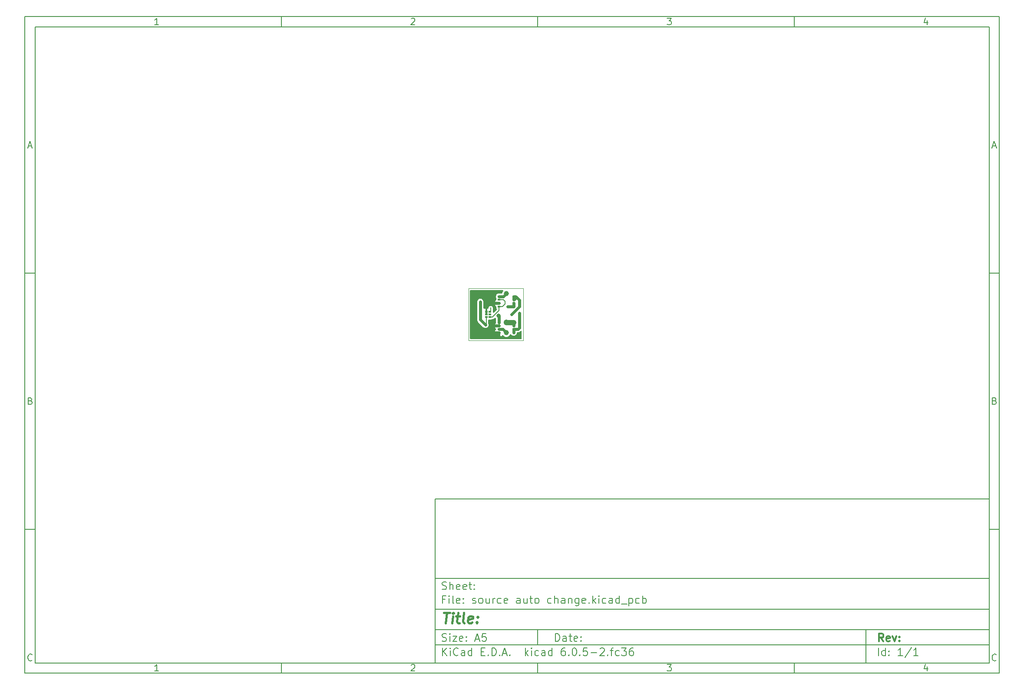
<source format=gbr>
%TF.GenerationSoftware,KiCad,Pcbnew,6.0.5-2.fc36*%
%TF.CreationDate,2022-06-19T11:45:17+04:00*%
%TF.ProjectId,source auto change,736f7572-6365-4206-9175-746f20636861,rev?*%
%TF.SameCoordinates,Original*%
%TF.FileFunction,Copper,L1,Top*%
%TF.FilePolarity,Positive*%
%FSLAX46Y46*%
G04 Gerber Fmt 4.6, Leading zero omitted, Abs format (unit mm)*
G04 Created by KiCad (PCBNEW 6.0.5-2.fc36) date 2022-06-19 11:45:17*
%MOMM*%
%LPD*%
G01*
G04 APERTURE LIST*
%ADD10C,0.100000*%
%ADD11C,0.150000*%
%ADD12C,0.300000*%
%ADD13C,0.400000*%
%TA.AperFunction,Profile*%
%ADD14C,0.100000*%
%TD*%
%TA.AperFunction,SMDPad,CuDef*%
%ADD15R,0.470000X0.450000*%
%TD*%
%TA.AperFunction,SMDPad,CuDef*%
%ADD16R,0.520000X0.300000*%
%TD*%
%TA.AperFunction,SMDPad,CuDef*%
%ADD17R,0.550000X0.300000*%
%TD*%
%TA.AperFunction,ViaPad*%
%ADD18C,0.400000*%
%TD*%
%TA.AperFunction,ViaPad*%
%ADD19C,0.200000*%
%TD*%
%TA.AperFunction,ViaPad*%
%ADD20C,1.000000*%
%TD*%
%TA.AperFunction,ViaPad*%
%ADD21C,0.800000*%
%TD*%
%TA.AperFunction,ViaPad*%
%ADD22C,0.500000*%
%TD*%
%TA.AperFunction,Conductor*%
%ADD23C,0.600000*%
%TD*%
%TA.AperFunction,Conductor*%
%ADD24C,0.200000*%
%TD*%
%TA.AperFunction,Conductor*%
%ADD25C,1.000000*%
%TD*%
%TA.AperFunction,Conductor*%
%ADD26C,0.400000*%
%TD*%
G04 APERTURE END LIST*
D10*
D11*
X90007200Y-104005800D02*
X90007200Y-136005800D01*
X198007200Y-136005800D01*
X198007200Y-104005800D01*
X90007200Y-104005800D01*
D10*
D11*
X10000000Y-10000000D02*
X10000000Y-138005800D01*
X200007200Y-138005800D01*
X200007200Y-10000000D01*
X10000000Y-10000000D01*
D10*
D11*
X12000000Y-12000000D02*
X12000000Y-136005800D01*
X198007200Y-136005800D01*
X198007200Y-12000000D01*
X12000000Y-12000000D01*
D10*
D11*
X60000000Y-12000000D02*
X60000000Y-10000000D01*
D10*
D11*
X110000000Y-12000000D02*
X110000000Y-10000000D01*
D10*
D11*
X160000000Y-12000000D02*
X160000000Y-10000000D01*
D10*
D11*
X36065476Y-11588095D02*
X35322619Y-11588095D01*
X35694047Y-11588095D02*
X35694047Y-10288095D01*
X35570238Y-10473809D01*
X35446428Y-10597619D01*
X35322619Y-10659523D01*
D10*
D11*
X85322619Y-10411904D02*
X85384523Y-10350000D01*
X85508333Y-10288095D01*
X85817857Y-10288095D01*
X85941666Y-10350000D01*
X86003571Y-10411904D01*
X86065476Y-10535714D01*
X86065476Y-10659523D01*
X86003571Y-10845238D01*
X85260714Y-11588095D01*
X86065476Y-11588095D01*
D10*
D11*
X135260714Y-10288095D02*
X136065476Y-10288095D01*
X135632142Y-10783333D01*
X135817857Y-10783333D01*
X135941666Y-10845238D01*
X136003571Y-10907142D01*
X136065476Y-11030952D01*
X136065476Y-11340476D01*
X136003571Y-11464285D01*
X135941666Y-11526190D01*
X135817857Y-11588095D01*
X135446428Y-11588095D01*
X135322619Y-11526190D01*
X135260714Y-11464285D01*
D10*
D11*
X185941666Y-10721428D02*
X185941666Y-11588095D01*
X185632142Y-10226190D02*
X185322619Y-11154761D01*
X186127380Y-11154761D01*
D10*
D11*
X60000000Y-136005800D02*
X60000000Y-138005800D01*
D10*
D11*
X110000000Y-136005800D02*
X110000000Y-138005800D01*
D10*
D11*
X160000000Y-136005800D02*
X160000000Y-138005800D01*
D10*
D11*
X36065476Y-137593895D02*
X35322619Y-137593895D01*
X35694047Y-137593895D02*
X35694047Y-136293895D01*
X35570238Y-136479609D01*
X35446428Y-136603419D01*
X35322619Y-136665323D01*
D10*
D11*
X85322619Y-136417704D02*
X85384523Y-136355800D01*
X85508333Y-136293895D01*
X85817857Y-136293895D01*
X85941666Y-136355800D01*
X86003571Y-136417704D01*
X86065476Y-136541514D01*
X86065476Y-136665323D01*
X86003571Y-136851038D01*
X85260714Y-137593895D01*
X86065476Y-137593895D01*
D10*
D11*
X135260714Y-136293895D02*
X136065476Y-136293895D01*
X135632142Y-136789133D01*
X135817857Y-136789133D01*
X135941666Y-136851038D01*
X136003571Y-136912942D01*
X136065476Y-137036752D01*
X136065476Y-137346276D01*
X136003571Y-137470085D01*
X135941666Y-137531990D01*
X135817857Y-137593895D01*
X135446428Y-137593895D01*
X135322619Y-137531990D01*
X135260714Y-137470085D01*
D10*
D11*
X185941666Y-136727228D02*
X185941666Y-137593895D01*
X185632142Y-136231990D02*
X185322619Y-137160561D01*
X186127380Y-137160561D01*
D10*
D11*
X10000000Y-60000000D02*
X12000000Y-60000000D01*
D10*
D11*
X10000000Y-110000000D02*
X12000000Y-110000000D01*
D10*
D11*
X10690476Y-35216666D02*
X11309523Y-35216666D01*
X10566666Y-35588095D02*
X11000000Y-34288095D01*
X11433333Y-35588095D01*
D10*
D11*
X11092857Y-84907142D02*
X11278571Y-84969047D01*
X11340476Y-85030952D01*
X11402380Y-85154761D01*
X11402380Y-85340476D01*
X11340476Y-85464285D01*
X11278571Y-85526190D01*
X11154761Y-85588095D01*
X10659523Y-85588095D01*
X10659523Y-84288095D01*
X11092857Y-84288095D01*
X11216666Y-84350000D01*
X11278571Y-84411904D01*
X11340476Y-84535714D01*
X11340476Y-84659523D01*
X11278571Y-84783333D01*
X11216666Y-84845238D01*
X11092857Y-84907142D01*
X10659523Y-84907142D01*
D10*
D11*
X11402380Y-135464285D02*
X11340476Y-135526190D01*
X11154761Y-135588095D01*
X11030952Y-135588095D01*
X10845238Y-135526190D01*
X10721428Y-135402380D01*
X10659523Y-135278571D01*
X10597619Y-135030952D01*
X10597619Y-134845238D01*
X10659523Y-134597619D01*
X10721428Y-134473809D01*
X10845238Y-134350000D01*
X11030952Y-134288095D01*
X11154761Y-134288095D01*
X11340476Y-134350000D01*
X11402380Y-134411904D01*
D10*
D11*
X200007200Y-60000000D02*
X198007200Y-60000000D01*
D10*
D11*
X200007200Y-110000000D02*
X198007200Y-110000000D01*
D10*
D11*
X198697676Y-35216666D02*
X199316723Y-35216666D01*
X198573866Y-35588095D02*
X199007200Y-34288095D01*
X199440533Y-35588095D01*
D10*
D11*
X199100057Y-84907142D02*
X199285771Y-84969047D01*
X199347676Y-85030952D01*
X199409580Y-85154761D01*
X199409580Y-85340476D01*
X199347676Y-85464285D01*
X199285771Y-85526190D01*
X199161961Y-85588095D01*
X198666723Y-85588095D01*
X198666723Y-84288095D01*
X199100057Y-84288095D01*
X199223866Y-84350000D01*
X199285771Y-84411904D01*
X199347676Y-84535714D01*
X199347676Y-84659523D01*
X199285771Y-84783333D01*
X199223866Y-84845238D01*
X199100057Y-84907142D01*
X198666723Y-84907142D01*
D10*
D11*
X199409580Y-135464285D02*
X199347676Y-135526190D01*
X199161961Y-135588095D01*
X199038152Y-135588095D01*
X198852438Y-135526190D01*
X198728628Y-135402380D01*
X198666723Y-135278571D01*
X198604819Y-135030952D01*
X198604819Y-134845238D01*
X198666723Y-134597619D01*
X198728628Y-134473809D01*
X198852438Y-134350000D01*
X199038152Y-134288095D01*
X199161961Y-134288095D01*
X199347676Y-134350000D01*
X199409580Y-134411904D01*
D10*
D11*
X113439342Y-131784371D02*
X113439342Y-130284371D01*
X113796485Y-130284371D01*
X114010771Y-130355800D01*
X114153628Y-130498657D01*
X114225057Y-130641514D01*
X114296485Y-130927228D01*
X114296485Y-131141514D01*
X114225057Y-131427228D01*
X114153628Y-131570085D01*
X114010771Y-131712942D01*
X113796485Y-131784371D01*
X113439342Y-131784371D01*
X115582200Y-131784371D02*
X115582200Y-130998657D01*
X115510771Y-130855800D01*
X115367914Y-130784371D01*
X115082200Y-130784371D01*
X114939342Y-130855800D01*
X115582200Y-131712942D02*
X115439342Y-131784371D01*
X115082200Y-131784371D01*
X114939342Y-131712942D01*
X114867914Y-131570085D01*
X114867914Y-131427228D01*
X114939342Y-131284371D01*
X115082200Y-131212942D01*
X115439342Y-131212942D01*
X115582200Y-131141514D01*
X116082200Y-130784371D02*
X116653628Y-130784371D01*
X116296485Y-130284371D02*
X116296485Y-131570085D01*
X116367914Y-131712942D01*
X116510771Y-131784371D01*
X116653628Y-131784371D01*
X117725057Y-131712942D02*
X117582200Y-131784371D01*
X117296485Y-131784371D01*
X117153628Y-131712942D01*
X117082200Y-131570085D01*
X117082200Y-130998657D01*
X117153628Y-130855800D01*
X117296485Y-130784371D01*
X117582200Y-130784371D01*
X117725057Y-130855800D01*
X117796485Y-130998657D01*
X117796485Y-131141514D01*
X117082200Y-131284371D01*
X118439342Y-131641514D02*
X118510771Y-131712942D01*
X118439342Y-131784371D01*
X118367914Y-131712942D01*
X118439342Y-131641514D01*
X118439342Y-131784371D01*
X118439342Y-130855800D02*
X118510771Y-130927228D01*
X118439342Y-130998657D01*
X118367914Y-130927228D01*
X118439342Y-130855800D01*
X118439342Y-130998657D01*
D10*
D11*
X90007200Y-132505800D02*
X198007200Y-132505800D01*
D10*
D11*
X91439342Y-134584371D02*
X91439342Y-133084371D01*
X92296485Y-134584371D02*
X91653628Y-133727228D01*
X92296485Y-133084371D02*
X91439342Y-133941514D01*
X92939342Y-134584371D02*
X92939342Y-133584371D01*
X92939342Y-133084371D02*
X92867914Y-133155800D01*
X92939342Y-133227228D01*
X93010771Y-133155800D01*
X92939342Y-133084371D01*
X92939342Y-133227228D01*
X94510771Y-134441514D02*
X94439342Y-134512942D01*
X94225057Y-134584371D01*
X94082200Y-134584371D01*
X93867914Y-134512942D01*
X93725057Y-134370085D01*
X93653628Y-134227228D01*
X93582200Y-133941514D01*
X93582200Y-133727228D01*
X93653628Y-133441514D01*
X93725057Y-133298657D01*
X93867914Y-133155800D01*
X94082200Y-133084371D01*
X94225057Y-133084371D01*
X94439342Y-133155800D01*
X94510771Y-133227228D01*
X95796485Y-134584371D02*
X95796485Y-133798657D01*
X95725057Y-133655800D01*
X95582200Y-133584371D01*
X95296485Y-133584371D01*
X95153628Y-133655800D01*
X95796485Y-134512942D02*
X95653628Y-134584371D01*
X95296485Y-134584371D01*
X95153628Y-134512942D01*
X95082200Y-134370085D01*
X95082200Y-134227228D01*
X95153628Y-134084371D01*
X95296485Y-134012942D01*
X95653628Y-134012942D01*
X95796485Y-133941514D01*
X97153628Y-134584371D02*
X97153628Y-133084371D01*
X97153628Y-134512942D02*
X97010771Y-134584371D01*
X96725057Y-134584371D01*
X96582200Y-134512942D01*
X96510771Y-134441514D01*
X96439342Y-134298657D01*
X96439342Y-133870085D01*
X96510771Y-133727228D01*
X96582200Y-133655800D01*
X96725057Y-133584371D01*
X97010771Y-133584371D01*
X97153628Y-133655800D01*
X99010771Y-133798657D02*
X99510771Y-133798657D01*
X99725057Y-134584371D02*
X99010771Y-134584371D01*
X99010771Y-133084371D01*
X99725057Y-133084371D01*
X100367914Y-134441514D02*
X100439342Y-134512942D01*
X100367914Y-134584371D01*
X100296485Y-134512942D01*
X100367914Y-134441514D01*
X100367914Y-134584371D01*
X101082200Y-134584371D02*
X101082200Y-133084371D01*
X101439342Y-133084371D01*
X101653628Y-133155800D01*
X101796485Y-133298657D01*
X101867914Y-133441514D01*
X101939342Y-133727228D01*
X101939342Y-133941514D01*
X101867914Y-134227228D01*
X101796485Y-134370085D01*
X101653628Y-134512942D01*
X101439342Y-134584371D01*
X101082200Y-134584371D01*
X102582200Y-134441514D02*
X102653628Y-134512942D01*
X102582200Y-134584371D01*
X102510771Y-134512942D01*
X102582200Y-134441514D01*
X102582200Y-134584371D01*
X103225057Y-134155800D02*
X103939342Y-134155800D01*
X103082200Y-134584371D02*
X103582200Y-133084371D01*
X104082200Y-134584371D01*
X104582200Y-134441514D02*
X104653628Y-134512942D01*
X104582200Y-134584371D01*
X104510771Y-134512942D01*
X104582200Y-134441514D01*
X104582200Y-134584371D01*
X107582200Y-134584371D02*
X107582200Y-133084371D01*
X107725057Y-134012942D02*
X108153628Y-134584371D01*
X108153628Y-133584371D02*
X107582200Y-134155800D01*
X108796485Y-134584371D02*
X108796485Y-133584371D01*
X108796485Y-133084371D02*
X108725057Y-133155800D01*
X108796485Y-133227228D01*
X108867914Y-133155800D01*
X108796485Y-133084371D01*
X108796485Y-133227228D01*
X110153628Y-134512942D02*
X110010771Y-134584371D01*
X109725057Y-134584371D01*
X109582200Y-134512942D01*
X109510771Y-134441514D01*
X109439342Y-134298657D01*
X109439342Y-133870085D01*
X109510771Y-133727228D01*
X109582200Y-133655800D01*
X109725057Y-133584371D01*
X110010771Y-133584371D01*
X110153628Y-133655800D01*
X111439342Y-134584371D02*
X111439342Y-133798657D01*
X111367914Y-133655800D01*
X111225057Y-133584371D01*
X110939342Y-133584371D01*
X110796485Y-133655800D01*
X111439342Y-134512942D02*
X111296485Y-134584371D01*
X110939342Y-134584371D01*
X110796485Y-134512942D01*
X110725057Y-134370085D01*
X110725057Y-134227228D01*
X110796485Y-134084371D01*
X110939342Y-134012942D01*
X111296485Y-134012942D01*
X111439342Y-133941514D01*
X112796485Y-134584371D02*
X112796485Y-133084371D01*
X112796485Y-134512942D02*
X112653628Y-134584371D01*
X112367914Y-134584371D01*
X112225057Y-134512942D01*
X112153628Y-134441514D01*
X112082200Y-134298657D01*
X112082200Y-133870085D01*
X112153628Y-133727228D01*
X112225057Y-133655800D01*
X112367914Y-133584371D01*
X112653628Y-133584371D01*
X112796485Y-133655800D01*
X115296485Y-133084371D02*
X115010771Y-133084371D01*
X114867914Y-133155800D01*
X114796485Y-133227228D01*
X114653628Y-133441514D01*
X114582200Y-133727228D01*
X114582200Y-134298657D01*
X114653628Y-134441514D01*
X114725057Y-134512942D01*
X114867914Y-134584371D01*
X115153628Y-134584371D01*
X115296485Y-134512942D01*
X115367914Y-134441514D01*
X115439342Y-134298657D01*
X115439342Y-133941514D01*
X115367914Y-133798657D01*
X115296485Y-133727228D01*
X115153628Y-133655800D01*
X114867914Y-133655800D01*
X114725057Y-133727228D01*
X114653628Y-133798657D01*
X114582200Y-133941514D01*
X116082200Y-134441514D02*
X116153628Y-134512942D01*
X116082200Y-134584371D01*
X116010771Y-134512942D01*
X116082200Y-134441514D01*
X116082200Y-134584371D01*
X117082200Y-133084371D02*
X117225057Y-133084371D01*
X117367914Y-133155800D01*
X117439342Y-133227228D01*
X117510771Y-133370085D01*
X117582200Y-133655800D01*
X117582200Y-134012942D01*
X117510771Y-134298657D01*
X117439342Y-134441514D01*
X117367914Y-134512942D01*
X117225057Y-134584371D01*
X117082200Y-134584371D01*
X116939342Y-134512942D01*
X116867914Y-134441514D01*
X116796485Y-134298657D01*
X116725057Y-134012942D01*
X116725057Y-133655800D01*
X116796485Y-133370085D01*
X116867914Y-133227228D01*
X116939342Y-133155800D01*
X117082200Y-133084371D01*
X118225057Y-134441514D02*
X118296485Y-134512942D01*
X118225057Y-134584371D01*
X118153628Y-134512942D01*
X118225057Y-134441514D01*
X118225057Y-134584371D01*
X119653628Y-133084371D02*
X118939342Y-133084371D01*
X118867914Y-133798657D01*
X118939342Y-133727228D01*
X119082200Y-133655800D01*
X119439342Y-133655800D01*
X119582200Y-133727228D01*
X119653628Y-133798657D01*
X119725057Y-133941514D01*
X119725057Y-134298657D01*
X119653628Y-134441514D01*
X119582200Y-134512942D01*
X119439342Y-134584371D01*
X119082200Y-134584371D01*
X118939342Y-134512942D01*
X118867914Y-134441514D01*
X120367914Y-134012942D02*
X121510771Y-134012942D01*
X122153628Y-133227228D02*
X122225057Y-133155800D01*
X122367914Y-133084371D01*
X122725057Y-133084371D01*
X122867914Y-133155800D01*
X122939342Y-133227228D01*
X123010771Y-133370085D01*
X123010771Y-133512942D01*
X122939342Y-133727228D01*
X122082200Y-134584371D01*
X123010771Y-134584371D01*
X123653628Y-134441514D02*
X123725057Y-134512942D01*
X123653628Y-134584371D01*
X123582200Y-134512942D01*
X123653628Y-134441514D01*
X123653628Y-134584371D01*
X124153628Y-133584371D02*
X124725057Y-133584371D01*
X124367914Y-134584371D02*
X124367914Y-133298657D01*
X124439342Y-133155800D01*
X124582200Y-133084371D01*
X124725057Y-133084371D01*
X125867914Y-134512942D02*
X125725057Y-134584371D01*
X125439342Y-134584371D01*
X125296485Y-134512942D01*
X125225057Y-134441514D01*
X125153628Y-134298657D01*
X125153628Y-133870085D01*
X125225057Y-133727228D01*
X125296485Y-133655800D01*
X125439342Y-133584371D01*
X125725057Y-133584371D01*
X125867914Y-133655800D01*
X126367914Y-133084371D02*
X127296485Y-133084371D01*
X126796485Y-133655800D01*
X127010771Y-133655800D01*
X127153628Y-133727228D01*
X127225057Y-133798657D01*
X127296485Y-133941514D01*
X127296485Y-134298657D01*
X127225057Y-134441514D01*
X127153628Y-134512942D01*
X127010771Y-134584371D01*
X126582200Y-134584371D01*
X126439342Y-134512942D01*
X126367914Y-134441514D01*
X128582200Y-133084371D02*
X128296485Y-133084371D01*
X128153628Y-133155800D01*
X128082200Y-133227228D01*
X127939342Y-133441514D01*
X127867914Y-133727228D01*
X127867914Y-134298657D01*
X127939342Y-134441514D01*
X128010771Y-134512942D01*
X128153628Y-134584371D01*
X128439342Y-134584371D01*
X128582200Y-134512942D01*
X128653628Y-134441514D01*
X128725057Y-134298657D01*
X128725057Y-133941514D01*
X128653628Y-133798657D01*
X128582200Y-133727228D01*
X128439342Y-133655800D01*
X128153628Y-133655800D01*
X128010771Y-133727228D01*
X127939342Y-133798657D01*
X127867914Y-133941514D01*
D10*
D11*
X90007200Y-129505800D02*
X198007200Y-129505800D01*
D10*
D12*
X177416485Y-131784371D02*
X176916485Y-131070085D01*
X176559342Y-131784371D02*
X176559342Y-130284371D01*
X177130771Y-130284371D01*
X177273628Y-130355800D01*
X177345057Y-130427228D01*
X177416485Y-130570085D01*
X177416485Y-130784371D01*
X177345057Y-130927228D01*
X177273628Y-130998657D01*
X177130771Y-131070085D01*
X176559342Y-131070085D01*
X178630771Y-131712942D02*
X178487914Y-131784371D01*
X178202200Y-131784371D01*
X178059342Y-131712942D01*
X177987914Y-131570085D01*
X177987914Y-130998657D01*
X178059342Y-130855800D01*
X178202200Y-130784371D01*
X178487914Y-130784371D01*
X178630771Y-130855800D01*
X178702200Y-130998657D01*
X178702200Y-131141514D01*
X177987914Y-131284371D01*
X179202200Y-130784371D02*
X179559342Y-131784371D01*
X179916485Y-130784371D01*
X180487914Y-131641514D02*
X180559342Y-131712942D01*
X180487914Y-131784371D01*
X180416485Y-131712942D01*
X180487914Y-131641514D01*
X180487914Y-131784371D01*
X180487914Y-130855800D02*
X180559342Y-130927228D01*
X180487914Y-130998657D01*
X180416485Y-130927228D01*
X180487914Y-130855800D01*
X180487914Y-130998657D01*
D10*
D11*
X91367914Y-131712942D02*
X91582200Y-131784371D01*
X91939342Y-131784371D01*
X92082200Y-131712942D01*
X92153628Y-131641514D01*
X92225057Y-131498657D01*
X92225057Y-131355800D01*
X92153628Y-131212942D01*
X92082200Y-131141514D01*
X91939342Y-131070085D01*
X91653628Y-130998657D01*
X91510771Y-130927228D01*
X91439342Y-130855800D01*
X91367914Y-130712942D01*
X91367914Y-130570085D01*
X91439342Y-130427228D01*
X91510771Y-130355800D01*
X91653628Y-130284371D01*
X92010771Y-130284371D01*
X92225057Y-130355800D01*
X92867914Y-131784371D02*
X92867914Y-130784371D01*
X92867914Y-130284371D02*
X92796485Y-130355800D01*
X92867914Y-130427228D01*
X92939342Y-130355800D01*
X92867914Y-130284371D01*
X92867914Y-130427228D01*
X93439342Y-130784371D02*
X94225057Y-130784371D01*
X93439342Y-131784371D01*
X94225057Y-131784371D01*
X95367914Y-131712942D02*
X95225057Y-131784371D01*
X94939342Y-131784371D01*
X94796485Y-131712942D01*
X94725057Y-131570085D01*
X94725057Y-130998657D01*
X94796485Y-130855800D01*
X94939342Y-130784371D01*
X95225057Y-130784371D01*
X95367914Y-130855800D01*
X95439342Y-130998657D01*
X95439342Y-131141514D01*
X94725057Y-131284371D01*
X96082200Y-131641514D02*
X96153628Y-131712942D01*
X96082200Y-131784371D01*
X96010771Y-131712942D01*
X96082200Y-131641514D01*
X96082200Y-131784371D01*
X96082200Y-130855800D02*
X96153628Y-130927228D01*
X96082200Y-130998657D01*
X96010771Y-130927228D01*
X96082200Y-130855800D01*
X96082200Y-130998657D01*
X97867914Y-131355800D02*
X98582200Y-131355800D01*
X97725057Y-131784371D02*
X98225057Y-130284371D01*
X98725057Y-131784371D01*
X99939342Y-130284371D02*
X99225057Y-130284371D01*
X99153628Y-130998657D01*
X99225057Y-130927228D01*
X99367914Y-130855800D01*
X99725057Y-130855800D01*
X99867914Y-130927228D01*
X99939342Y-130998657D01*
X100010771Y-131141514D01*
X100010771Y-131498657D01*
X99939342Y-131641514D01*
X99867914Y-131712942D01*
X99725057Y-131784371D01*
X99367914Y-131784371D01*
X99225057Y-131712942D01*
X99153628Y-131641514D01*
D10*
D11*
X176439342Y-134584371D02*
X176439342Y-133084371D01*
X177796485Y-134584371D02*
X177796485Y-133084371D01*
X177796485Y-134512942D02*
X177653628Y-134584371D01*
X177367914Y-134584371D01*
X177225057Y-134512942D01*
X177153628Y-134441514D01*
X177082200Y-134298657D01*
X177082200Y-133870085D01*
X177153628Y-133727228D01*
X177225057Y-133655800D01*
X177367914Y-133584371D01*
X177653628Y-133584371D01*
X177796485Y-133655800D01*
X178510771Y-134441514D02*
X178582200Y-134512942D01*
X178510771Y-134584371D01*
X178439342Y-134512942D01*
X178510771Y-134441514D01*
X178510771Y-134584371D01*
X178510771Y-133655800D02*
X178582200Y-133727228D01*
X178510771Y-133798657D01*
X178439342Y-133727228D01*
X178510771Y-133655800D01*
X178510771Y-133798657D01*
X181153628Y-134584371D02*
X180296485Y-134584371D01*
X180725057Y-134584371D02*
X180725057Y-133084371D01*
X180582200Y-133298657D01*
X180439342Y-133441514D01*
X180296485Y-133512942D01*
X182867914Y-133012942D02*
X181582200Y-134941514D01*
X184153628Y-134584371D02*
X183296485Y-134584371D01*
X183725057Y-134584371D02*
X183725057Y-133084371D01*
X183582200Y-133298657D01*
X183439342Y-133441514D01*
X183296485Y-133512942D01*
D10*
D11*
X90007200Y-125505800D02*
X198007200Y-125505800D01*
D10*
D13*
X91719580Y-126210561D02*
X92862438Y-126210561D01*
X92041009Y-128210561D02*
X92291009Y-126210561D01*
X93279104Y-128210561D02*
X93445771Y-126877228D01*
X93529104Y-126210561D02*
X93421961Y-126305800D01*
X93505295Y-126401038D01*
X93612438Y-126305800D01*
X93529104Y-126210561D01*
X93505295Y-126401038D01*
X94112438Y-126877228D02*
X94874342Y-126877228D01*
X94481485Y-126210561D02*
X94267200Y-127924847D01*
X94338628Y-128115323D01*
X94517200Y-128210561D01*
X94707676Y-128210561D01*
X95660057Y-128210561D02*
X95481485Y-128115323D01*
X95410057Y-127924847D01*
X95624342Y-126210561D01*
X97195771Y-128115323D02*
X96993390Y-128210561D01*
X96612438Y-128210561D01*
X96433866Y-128115323D01*
X96362438Y-127924847D01*
X96457676Y-127162942D01*
X96576723Y-126972466D01*
X96779104Y-126877228D01*
X97160057Y-126877228D01*
X97338628Y-126972466D01*
X97410057Y-127162942D01*
X97386247Y-127353419D01*
X96410057Y-127543895D01*
X98160057Y-128020085D02*
X98243390Y-128115323D01*
X98136247Y-128210561D01*
X98052914Y-128115323D01*
X98160057Y-128020085D01*
X98136247Y-128210561D01*
X98291009Y-126972466D02*
X98374342Y-127067704D01*
X98267200Y-127162942D01*
X98183866Y-127067704D01*
X98291009Y-126972466D01*
X98267200Y-127162942D01*
D10*
D11*
X91939342Y-123598657D02*
X91439342Y-123598657D01*
X91439342Y-124384371D02*
X91439342Y-122884371D01*
X92153628Y-122884371D01*
X92725057Y-124384371D02*
X92725057Y-123384371D01*
X92725057Y-122884371D02*
X92653628Y-122955800D01*
X92725057Y-123027228D01*
X92796485Y-122955800D01*
X92725057Y-122884371D01*
X92725057Y-123027228D01*
X93653628Y-124384371D02*
X93510771Y-124312942D01*
X93439342Y-124170085D01*
X93439342Y-122884371D01*
X94796485Y-124312942D02*
X94653628Y-124384371D01*
X94367914Y-124384371D01*
X94225057Y-124312942D01*
X94153628Y-124170085D01*
X94153628Y-123598657D01*
X94225057Y-123455800D01*
X94367914Y-123384371D01*
X94653628Y-123384371D01*
X94796485Y-123455800D01*
X94867914Y-123598657D01*
X94867914Y-123741514D01*
X94153628Y-123884371D01*
X95510771Y-124241514D02*
X95582200Y-124312942D01*
X95510771Y-124384371D01*
X95439342Y-124312942D01*
X95510771Y-124241514D01*
X95510771Y-124384371D01*
X95510771Y-123455800D02*
X95582200Y-123527228D01*
X95510771Y-123598657D01*
X95439342Y-123527228D01*
X95510771Y-123455800D01*
X95510771Y-123598657D01*
X97296485Y-124312942D02*
X97439342Y-124384371D01*
X97725057Y-124384371D01*
X97867914Y-124312942D01*
X97939342Y-124170085D01*
X97939342Y-124098657D01*
X97867914Y-123955800D01*
X97725057Y-123884371D01*
X97510771Y-123884371D01*
X97367914Y-123812942D01*
X97296485Y-123670085D01*
X97296485Y-123598657D01*
X97367914Y-123455800D01*
X97510771Y-123384371D01*
X97725057Y-123384371D01*
X97867914Y-123455800D01*
X98796485Y-124384371D02*
X98653628Y-124312942D01*
X98582200Y-124241514D01*
X98510771Y-124098657D01*
X98510771Y-123670085D01*
X98582200Y-123527228D01*
X98653628Y-123455800D01*
X98796485Y-123384371D01*
X99010771Y-123384371D01*
X99153628Y-123455800D01*
X99225057Y-123527228D01*
X99296485Y-123670085D01*
X99296485Y-124098657D01*
X99225057Y-124241514D01*
X99153628Y-124312942D01*
X99010771Y-124384371D01*
X98796485Y-124384371D01*
X100582200Y-123384371D02*
X100582200Y-124384371D01*
X99939342Y-123384371D02*
X99939342Y-124170085D01*
X100010771Y-124312942D01*
X100153628Y-124384371D01*
X100367914Y-124384371D01*
X100510771Y-124312942D01*
X100582200Y-124241514D01*
X101296485Y-124384371D02*
X101296485Y-123384371D01*
X101296485Y-123670085D02*
X101367914Y-123527228D01*
X101439342Y-123455800D01*
X101582200Y-123384371D01*
X101725057Y-123384371D01*
X102867914Y-124312942D02*
X102725057Y-124384371D01*
X102439342Y-124384371D01*
X102296485Y-124312942D01*
X102225057Y-124241514D01*
X102153628Y-124098657D01*
X102153628Y-123670085D01*
X102225057Y-123527228D01*
X102296485Y-123455800D01*
X102439342Y-123384371D01*
X102725057Y-123384371D01*
X102867914Y-123455800D01*
X104082200Y-124312942D02*
X103939342Y-124384371D01*
X103653628Y-124384371D01*
X103510771Y-124312942D01*
X103439342Y-124170085D01*
X103439342Y-123598657D01*
X103510771Y-123455800D01*
X103653628Y-123384371D01*
X103939342Y-123384371D01*
X104082200Y-123455800D01*
X104153628Y-123598657D01*
X104153628Y-123741514D01*
X103439342Y-123884371D01*
X106582200Y-124384371D02*
X106582200Y-123598657D01*
X106510771Y-123455800D01*
X106367914Y-123384371D01*
X106082200Y-123384371D01*
X105939342Y-123455800D01*
X106582200Y-124312942D02*
X106439342Y-124384371D01*
X106082200Y-124384371D01*
X105939342Y-124312942D01*
X105867914Y-124170085D01*
X105867914Y-124027228D01*
X105939342Y-123884371D01*
X106082200Y-123812942D01*
X106439342Y-123812942D01*
X106582200Y-123741514D01*
X107939342Y-123384371D02*
X107939342Y-124384371D01*
X107296485Y-123384371D02*
X107296485Y-124170085D01*
X107367914Y-124312942D01*
X107510771Y-124384371D01*
X107725057Y-124384371D01*
X107867914Y-124312942D01*
X107939342Y-124241514D01*
X108439342Y-123384371D02*
X109010771Y-123384371D01*
X108653628Y-122884371D02*
X108653628Y-124170085D01*
X108725057Y-124312942D01*
X108867914Y-124384371D01*
X109010771Y-124384371D01*
X109725057Y-124384371D02*
X109582200Y-124312942D01*
X109510771Y-124241514D01*
X109439342Y-124098657D01*
X109439342Y-123670085D01*
X109510771Y-123527228D01*
X109582200Y-123455800D01*
X109725057Y-123384371D01*
X109939342Y-123384371D01*
X110082200Y-123455800D01*
X110153628Y-123527228D01*
X110225057Y-123670085D01*
X110225057Y-124098657D01*
X110153628Y-124241514D01*
X110082200Y-124312942D01*
X109939342Y-124384371D01*
X109725057Y-124384371D01*
X112653628Y-124312942D02*
X112510771Y-124384371D01*
X112225057Y-124384371D01*
X112082200Y-124312942D01*
X112010771Y-124241514D01*
X111939342Y-124098657D01*
X111939342Y-123670085D01*
X112010771Y-123527228D01*
X112082200Y-123455800D01*
X112225057Y-123384371D01*
X112510771Y-123384371D01*
X112653628Y-123455800D01*
X113296485Y-124384371D02*
X113296485Y-122884371D01*
X113939342Y-124384371D02*
X113939342Y-123598657D01*
X113867914Y-123455800D01*
X113725057Y-123384371D01*
X113510771Y-123384371D01*
X113367914Y-123455800D01*
X113296485Y-123527228D01*
X115296485Y-124384371D02*
X115296485Y-123598657D01*
X115225057Y-123455800D01*
X115082200Y-123384371D01*
X114796485Y-123384371D01*
X114653628Y-123455800D01*
X115296485Y-124312942D02*
X115153628Y-124384371D01*
X114796485Y-124384371D01*
X114653628Y-124312942D01*
X114582200Y-124170085D01*
X114582200Y-124027228D01*
X114653628Y-123884371D01*
X114796485Y-123812942D01*
X115153628Y-123812942D01*
X115296485Y-123741514D01*
X116010771Y-123384371D02*
X116010771Y-124384371D01*
X116010771Y-123527228D02*
X116082200Y-123455800D01*
X116225057Y-123384371D01*
X116439342Y-123384371D01*
X116582200Y-123455800D01*
X116653628Y-123598657D01*
X116653628Y-124384371D01*
X118010771Y-123384371D02*
X118010771Y-124598657D01*
X117939342Y-124741514D01*
X117867914Y-124812942D01*
X117725057Y-124884371D01*
X117510771Y-124884371D01*
X117367914Y-124812942D01*
X118010771Y-124312942D02*
X117867914Y-124384371D01*
X117582200Y-124384371D01*
X117439342Y-124312942D01*
X117367914Y-124241514D01*
X117296485Y-124098657D01*
X117296485Y-123670085D01*
X117367914Y-123527228D01*
X117439342Y-123455800D01*
X117582200Y-123384371D01*
X117867914Y-123384371D01*
X118010771Y-123455800D01*
X119296485Y-124312942D02*
X119153628Y-124384371D01*
X118867914Y-124384371D01*
X118725057Y-124312942D01*
X118653628Y-124170085D01*
X118653628Y-123598657D01*
X118725057Y-123455800D01*
X118867914Y-123384371D01*
X119153628Y-123384371D01*
X119296485Y-123455800D01*
X119367914Y-123598657D01*
X119367914Y-123741514D01*
X118653628Y-123884371D01*
X120010771Y-124241514D02*
X120082200Y-124312942D01*
X120010771Y-124384371D01*
X119939342Y-124312942D01*
X120010771Y-124241514D01*
X120010771Y-124384371D01*
X120725057Y-124384371D02*
X120725057Y-122884371D01*
X120867914Y-123812942D02*
X121296485Y-124384371D01*
X121296485Y-123384371D02*
X120725057Y-123955800D01*
X121939342Y-124384371D02*
X121939342Y-123384371D01*
X121939342Y-122884371D02*
X121867914Y-122955800D01*
X121939342Y-123027228D01*
X122010771Y-122955800D01*
X121939342Y-122884371D01*
X121939342Y-123027228D01*
X123296485Y-124312942D02*
X123153628Y-124384371D01*
X122867914Y-124384371D01*
X122725057Y-124312942D01*
X122653628Y-124241514D01*
X122582200Y-124098657D01*
X122582200Y-123670085D01*
X122653628Y-123527228D01*
X122725057Y-123455800D01*
X122867914Y-123384371D01*
X123153628Y-123384371D01*
X123296485Y-123455800D01*
X124582200Y-124384371D02*
X124582200Y-123598657D01*
X124510771Y-123455800D01*
X124367914Y-123384371D01*
X124082200Y-123384371D01*
X123939342Y-123455800D01*
X124582200Y-124312942D02*
X124439342Y-124384371D01*
X124082200Y-124384371D01*
X123939342Y-124312942D01*
X123867914Y-124170085D01*
X123867914Y-124027228D01*
X123939342Y-123884371D01*
X124082200Y-123812942D01*
X124439342Y-123812942D01*
X124582200Y-123741514D01*
X125939342Y-124384371D02*
X125939342Y-122884371D01*
X125939342Y-124312942D02*
X125796485Y-124384371D01*
X125510771Y-124384371D01*
X125367914Y-124312942D01*
X125296485Y-124241514D01*
X125225057Y-124098657D01*
X125225057Y-123670085D01*
X125296485Y-123527228D01*
X125367914Y-123455800D01*
X125510771Y-123384371D01*
X125796485Y-123384371D01*
X125939342Y-123455800D01*
X126296485Y-124527228D02*
X127439342Y-124527228D01*
X127796485Y-123384371D02*
X127796485Y-124884371D01*
X127796485Y-123455800D02*
X127939342Y-123384371D01*
X128225057Y-123384371D01*
X128367914Y-123455800D01*
X128439342Y-123527228D01*
X128510771Y-123670085D01*
X128510771Y-124098657D01*
X128439342Y-124241514D01*
X128367914Y-124312942D01*
X128225057Y-124384371D01*
X127939342Y-124384371D01*
X127796485Y-124312942D01*
X129796485Y-124312942D02*
X129653628Y-124384371D01*
X129367914Y-124384371D01*
X129225057Y-124312942D01*
X129153628Y-124241514D01*
X129082200Y-124098657D01*
X129082200Y-123670085D01*
X129153628Y-123527228D01*
X129225057Y-123455800D01*
X129367914Y-123384371D01*
X129653628Y-123384371D01*
X129796485Y-123455800D01*
X130439342Y-124384371D02*
X130439342Y-122884371D01*
X130439342Y-123455800D02*
X130582200Y-123384371D01*
X130867914Y-123384371D01*
X131010771Y-123455800D01*
X131082200Y-123527228D01*
X131153628Y-123670085D01*
X131153628Y-124098657D01*
X131082200Y-124241514D01*
X131010771Y-124312942D01*
X130867914Y-124384371D01*
X130582200Y-124384371D01*
X130439342Y-124312942D01*
D10*
D11*
X90007200Y-119505800D02*
X198007200Y-119505800D01*
D10*
D11*
X91367914Y-121612942D02*
X91582200Y-121684371D01*
X91939342Y-121684371D01*
X92082200Y-121612942D01*
X92153628Y-121541514D01*
X92225057Y-121398657D01*
X92225057Y-121255800D01*
X92153628Y-121112942D01*
X92082200Y-121041514D01*
X91939342Y-120970085D01*
X91653628Y-120898657D01*
X91510771Y-120827228D01*
X91439342Y-120755800D01*
X91367914Y-120612942D01*
X91367914Y-120470085D01*
X91439342Y-120327228D01*
X91510771Y-120255800D01*
X91653628Y-120184371D01*
X92010771Y-120184371D01*
X92225057Y-120255800D01*
X92867914Y-121684371D02*
X92867914Y-120184371D01*
X93510771Y-121684371D02*
X93510771Y-120898657D01*
X93439342Y-120755800D01*
X93296485Y-120684371D01*
X93082200Y-120684371D01*
X92939342Y-120755800D01*
X92867914Y-120827228D01*
X94796485Y-121612942D02*
X94653628Y-121684371D01*
X94367914Y-121684371D01*
X94225057Y-121612942D01*
X94153628Y-121470085D01*
X94153628Y-120898657D01*
X94225057Y-120755800D01*
X94367914Y-120684371D01*
X94653628Y-120684371D01*
X94796485Y-120755800D01*
X94867914Y-120898657D01*
X94867914Y-121041514D01*
X94153628Y-121184371D01*
X96082200Y-121612942D02*
X95939342Y-121684371D01*
X95653628Y-121684371D01*
X95510771Y-121612942D01*
X95439342Y-121470085D01*
X95439342Y-120898657D01*
X95510771Y-120755800D01*
X95653628Y-120684371D01*
X95939342Y-120684371D01*
X96082200Y-120755800D01*
X96153628Y-120898657D01*
X96153628Y-121041514D01*
X95439342Y-121184371D01*
X96582200Y-120684371D02*
X97153628Y-120684371D01*
X96796485Y-120184371D02*
X96796485Y-121470085D01*
X96867914Y-121612942D01*
X97010771Y-121684371D01*
X97153628Y-121684371D01*
X97653628Y-121541514D02*
X97725057Y-121612942D01*
X97653628Y-121684371D01*
X97582200Y-121612942D01*
X97653628Y-121541514D01*
X97653628Y-121684371D01*
X97653628Y-120755800D02*
X97725057Y-120827228D01*
X97653628Y-120898657D01*
X97582200Y-120827228D01*
X97653628Y-120755800D01*
X97653628Y-120898657D01*
D10*
D12*
D10*
D11*
D10*
D11*
D10*
D11*
D10*
D11*
D10*
D11*
X110007200Y-129505800D02*
X110007200Y-132505800D01*
D10*
D11*
X174007200Y-129505800D02*
X174007200Y-136005800D01*
D14*
X96520000Y-62992000D02*
X107188000Y-62992000D01*
X107188000Y-62992000D02*
X107188000Y-73152000D01*
X107188000Y-73152000D02*
X96520000Y-73152000D01*
X96520000Y-73152000D02*
X96520000Y-62992000D01*
D15*
%TO.P,U3,1,S1*%
%TO.N,/Batt-*%
X102451000Y-64557000D03*
%TO.P,U3,2,G1*%
%TO.N,/not*%
X102451000Y-65207000D03*
%TO.P,U3,3,S2*%
%TO.N,/DC_wall+*%
X102451000Y-65857000D03*
%TO.P,U3,4,G2*%
%TO.N,/not*%
X102451000Y-66507000D03*
%TO.P,U3,5,D2*%
%TO.N,/POS*%
X105321000Y-66507000D03*
X105321000Y-65857000D03*
%TO.P,U3,6,D1*%
%TO.N,/NEG*%
X105321000Y-65207000D03*
X105321000Y-64557000D03*
%TD*%
%TO.P,U2,1,S1*%
%TO.N,/DC_wall-*%
X102451000Y-69637000D03*
%TO.P,U2,2,G1*%
%TO.N,/DC_wall+*%
X102451000Y-70287000D03*
%TO.P,U2,3,S2*%
%TO.N,/Batt+*%
X102451000Y-70937000D03*
%TO.P,U2,4,G2*%
%TO.N,/DC_wall+*%
X102451000Y-71587000D03*
%TO.P,U2,5,D2*%
%TO.N,/POS*%
X105321000Y-70937000D03*
X105321000Y-71587000D03*
%TO.P,U2,6,D1*%
%TO.N,/NEG*%
X105321000Y-70287000D03*
X105321000Y-69637000D03*
%TD*%
D16*
%TO.P,U1,*%
%TO.N,*%
X100699999Y-68072000D03*
D17*
%TO.P,U1,1,A*%
%TO.N,/DC_wall+*%
X99974987Y-67572001D03*
D16*
%TO.P,U1,2,B*%
X99960001Y-68072000D03*
%TO.P,U1,3,GND*%
%TO.N,/Batt-*%
X99960001Y-68571999D03*
%TO.P,U1,4,Y*%
%TO.N,/not*%
X100699999Y-68571999D03*
%TO.P,U1,5,VCC*%
%TO.N,/Batt+*%
X100699999Y-67572001D03*
%TD*%
D18*
%TO.N,/DC_wall+*%
X99568000Y-63754000D03*
D19*
%TO.N,/Batt+*%
X100838000Y-66802000D03*
D20*
X103886000Y-71628000D03*
D21*
%TO.N,/DC_wall-*%
X102362000Y-68326000D03*
D22*
%TO.N,/Batt-*%
X99822000Y-70104000D03*
X98814328Y-65614559D03*
D20*
X103886000Y-64008000D03*
D22*
%TO.N,/POS*%
X104140000Y-66548000D03*
X106426000Y-67818000D03*
D20*
%TO.N,/NEG*%
X103886000Y-69596000D03*
D22*
X104902000Y-68072000D03*
%TD*%
D23*
%TO.N,/DC_wall+*%
X101854000Y-71882000D02*
X102108000Y-72136000D01*
D24*
X99974987Y-68057014D02*
X99960001Y-68072000D01*
D23*
X102451000Y-70287000D02*
X101417000Y-70287000D01*
X102451000Y-71587000D02*
X102403000Y-71587000D01*
X102451000Y-71587000D02*
X102149000Y-71587000D01*
D24*
X99974987Y-67572001D02*
X99974987Y-68057014D01*
D23*
X102451000Y-65857000D02*
X101163000Y-65857000D01*
X102149000Y-71587000D02*
X101854000Y-71882000D01*
%TO.N,/Batt+*%
X103195000Y-70937000D02*
X103886000Y-71628000D01*
X102451000Y-70937000D02*
X103195000Y-70937000D01*
D24*
X100838000Y-66802000D02*
X100838000Y-67434000D01*
X100838000Y-67434000D02*
X100699999Y-67572001D01*
%TO.N,/not*%
X103165000Y-66507000D02*
X102451000Y-66507000D01*
X102451000Y-67280998D02*
X101159999Y-68571999D01*
X103632000Y-66040000D02*
X103165000Y-66507000D01*
X102451000Y-66507000D02*
X102451000Y-67280998D01*
X102451000Y-65207000D02*
X103307000Y-65207000D01*
X101159999Y-68571999D02*
X100699999Y-68571999D01*
X103307000Y-65207000D02*
X103632000Y-65532000D01*
X103632000Y-65532000D02*
X103632000Y-66040000D01*
D23*
%TO.N,/DC_wall-*%
X102451000Y-68415000D02*
X102362000Y-68326000D01*
X102451000Y-69637000D02*
X102451000Y-68415000D01*
%TO.N,/Batt-*%
X98814328Y-65614559D02*
X98814328Y-69096328D01*
X103337000Y-64557000D02*
X103886000Y-64008000D01*
D24*
X99960001Y-68571999D02*
X99960001Y-69965999D01*
D23*
X98814328Y-69096328D02*
X99822000Y-70104000D01*
D24*
X99960001Y-69965999D02*
X99822000Y-70104000D01*
D23*
X102451000Y-64557000D02*
X103337000Y-64557000D01*
%TO.N,/POS*%
X106156000Y-70937000D02*
X106426000Y-70667000D01*
X105321000Y-70937000D02*
X105321000Y-71587000D01*
X105321000Y-66507000D02*
X104181000Y-66507000D01*
X105321000Y-65857000D02*
X105321000Y-66507000D01*
X104181000Y-66507000D02*
X104140000Y-66548000D01*
X105321000Y-70937000D02*
X106156000Y-70937000D01*
X106426000Y-70667000D02*
X106426000Y-67818000D01*
%TO.N,/NEG*%
X105918000Y-64770000D02*
X106426000Y-65278000D01*
D25*
X103927000Y-69637000D02*
X103886000Y-69596000D01*
D23*
X106426000Y-66548000D02*
X104902000Y-68072000D01*
X105705000Y-64557000D02*
X105918000Y-64770000D01*
X105321000Y-70287000D02*
X105321000Y-69637000D01*
D25*
X105321000Y-69637000D02*
X103927000Y-69637000D01*
D23*
X105321000Y-64557000D02*
X105705000Y-64557000D01*
D26*
X105321000Y-65207000D02*
X105481000Y-65207000D01*
D23*
X105321000Y-64557000D02*
X105321000Y-65207000D01*
X106426000Y-65278000D02*
X106426000Y-66548000D01*
D26*
X105481000Y-65207000D02*
X105918000Y-64770000D01*
%TD*%
%TA.AperFunction,Conductor*%
%TO.N,/DC_wall+*%
G36*
X103233814Y-63312502D02*
G01*
X103280307Y-63366158D01*
X103290411Y-63436432D01*
X103263987Y-63496650D01*
X103261732Y-63498859D01*
X103164446Y-63649817D01*
X103103022Y-63818578D01*
X103102139Y-63825570D01*
X103102137Y-63825577D01*
X103099520Y-63846292D01*
X103071138Y-63911369D01*
X103012079Y-63950770D01*
X102974514Y-63956500D01*
X102411639Y-63956500D01*
X102294238Y-63971956D01*
X102148159Y-64032464D01*
X102148091Y-64032300D01*
X102144743Y-64033692D01*
X102145154Y-64034618D01*
X102057947Y-64073354D01*
X102042847Y-64080061D01*
X101963759Y-64159287D01*
X101918494Y-64261673D01*
X101917397Y-64271084D01*
X101915536Y-64277909D01*
X101910382Y-64292984D01*
X101875904Y-64376222D01*
X101865956Y-64400238D01*
X101845318Y-64557000D01*
X101865956Y-64713762D01*
X101904705Y-64807309D01*
X101910203Y-64820583D01*
X101915288Y-64835408D01*
X101917501Y-64843459D01*
X101918618Y-64852846D01*
X101918937Y-64853564D01*
X101918996Y-64910537D01*
X101918494Y-64911673D01*
X101915500Y-64937354D01*
X101915500Y-65159300D01*
X101895498Y-65227421D01*
X101865064Y-65260127D01*
X101860275Y-65263716D01*
X101847715Y-65276276D01*
X101771214Y-65378351D01*
X101762676Y-65393946D01*
X101717522Y-65514394D01*
X101713895Y-65529649D01*
X101708369Y-65580514D01*
X101708000Y-65587328D01*
X101708000Y-65613885D01*
X101712475Y-65629124D01*
X101713865Y-65630329D01*
X101721548Y-65632000D01*
X101938828Y-65632000D01*
X102006949Y-65652002D01*
X102027845Y-65668827D01*
X102035051Y-65676021D01*
X102035056Y-65676025D01*
X102043287Y-65684241D01*
X102053924Y-65688944D01*
X102053926Y-65688945D01*
X102097994Y-65708427D01*
X102145673Y-65729506D01*
X102165818Y-65731855D01*
X102231161Y-65759608D01*
X102271129Y-65818285D01*
X102273029Y-65889256D01*
X102236257Y-65949988D01*
X102166118Y-65982123D01*
X102160345Y-65982810D01*
X102145154Y-65984618D01*
X102042847Y-66030061D01*
X102034628Y-66038294D01*
X102034627Y-66038295D01*
X102027916Y-66045018D01*
X101965633Y-66079097D01*
X101938743Y-66082000D01*
X101726116Y-66082000D01*
X101710877Y-66086475D01*
X101709672Y-66087865D01*
X101708001Y-66095548D01*
X101708001Y-66126669D01*
X101708371Y-66133490D01*
X101713895Y-66184352D01*
X101717521Y-66199604D01*
X101762676Y-66320054D01*
X101771214Y-66335649D01*
X101847715Y-66437724D01*
X101860275Y-66450284D01*
X101865064Y-66453873D01*
X101907579Y-66510731D01*
X101915500Y-66554700D01*
X101915500Y-66776646D01*
X101918618Y-66802846D01*
X101922456Y-66811486D01*
X101922456Y-66811487D01*
X101959337Y-66894518D01*
X101964061Y-66905153D01*
X101972294Y-66913372D01*
X101972295Y-66913373D01*
X102013518Y-66954524D01*
X102047597Y-67016807D01*
X102050500Y-67043697D01*
X102050500Y-67062915D01*
X102030498Y-67131036D01*
X102013595Y-67152011D01*
X101475594Y-67690011D01*
X101413282Y-67724036D01*
X101342466Y-67718971D01*
X101285631Y-67676424D01*
X101260820Y-67609904D01*
X101260499Y-67600915D01*
X101260499Y-67377355D01*
X101259071Y-67365351D01*
X101258498Y-67360540D01*
X101258498Y-67360539D01*
X101257381Y-67351155D01*
X101249348Y-67333070D01*
X101238500Y-67281923D01*
X101238500Y-66843436D01*
X101240051Y-66823726D01*
X101241941Y-66811793D01*
X101243492Y-66802000D01*
X101241219Y-66787646D01*
X101225197Y-66686487D01*
X101225196Y-66686485D01*
X101223646Y-66676696D01*
X101166050Y-66563658D01*
X101076342Y-66473950D01*
X100963304Y-66416354D01*
X100953515Y-66414804D01*
X100953513Y-66414803D01*
X100847793Y-66398059D01*
X100838000Y-66396508D01*
X100828207Y-66398059D01*
X100722487Y-66414803D01*
X100722485Y-66414804D01*
X100712696Y-66416354D01*
X100599658Y-66473950D01*
X100509950Y-66563658D01*
X100452354Y-66676696D01*
X100450804Y-66686485D01*
X100450803Y-66686487D01*
X100434781Y-66787646D01*
X100432508Y-66802000D01*
X100430214Y-66801637D01*
X100414057Y-66856663D01*
X100360401Y-66903156D01*
X100301241Y-66914357D01*
X100294672Y-66914001D01*
X100143102Y-66914001D01*
X100127863Y-66918476D01*
X100126658Y-66919866D01*
X100124987Y-66927549D01*
X100124987Y-67995499D01*
X100104985Y-68063620D01*
X100051329Y-68110113D01*
X99998987Y-68121499D01*
X99936001Y-68121499D01*
X99867880Y-68101497D01*
X99821387Y-68047841D01*
X99810001Y-67995499D01*
X99810001Y-67430497D01*
X99818929Y-67400092D01*
X99816480Y-67399559D01*
X99824987Y-67360452D01*
X99824987Y-66932117D01*
X99820512Y-66916878D01*
X99819122Y-66915673D01*
X99811439Y-66914002D01*
X99655318Y-66914002D01*
X99648497Y-66914372D01*
X99597635Y-66919896D01*
X99574694Y-66925350D01*
X99574210Y-66923314D01*
X99514246Y-66927701D01*
X99451878Y-66893778D01*
X99417751Y-66831521D01*
X99414828Y-66804537D01*
X99414828Y-65575198D01*
X99413512Y-65565198D01*
X99400450Y-65465985D01*
X99399372Y-65457797D01*
X99338864Y-65311718D01*
X99242610Y-65186277D01*
X99117169Y-65090023D01*
X98971090Y-65029515D01*
X98814328Y-65008877D01*
X98657566Y-65029515D01*
X98511487Y-65090023D01*
X98386046Y-65186277D01*
X98289792Y-65311718D01*
X98229284Y-65457797D01*
X98228206Y-65465985D01*
X98215145Y-65565198D01*
X98213828Y-65575198D01*
X98213828Y-69048709D01*
X98212750Y-69065155D01*
X98208646Y-69096328D01*
X98213828Y-69135689D01*
X98229284Y-69253090D01*
X98289792Y-69399169D01*
X98386046Y-69524610D01*
X98392592Y-69529633D01*
X98410999Y-69543757D01*
X98423390Y-69554625D01*
X99425215Y-70556450D01*
X99519159Y-70628536D01*
X99665238Y-70689044D01*
X99822000Y-70709682D01*
X99830188Y-70708604D01*
X99970574Y-70690122D01*
X99978762Y-70689044D01*
X100124841Y-70628536D01*
X100226432Y-70550583D01*
X100243736Y-70537305D01*
X100250282Y-70532282D01*
X100346536Y-70406841D01*
X100407044Y-70260762D01*
X100427682Y-70104000D01*
X100407044Y-69947238D01*
X100370092Y-69858028D01*
X100360501Y-69809810D01*
X100360501Y-69148499D01*
X100380503Y-69080378D01*
X100434159Y-69033885D01*
X100486501Y-69022499D01*
X101004645Y-69022499D01*
X101008349Y-69022058D01*
X101008352Y-69022058D01*
X101015745Y-69021178D01*
X101030845Y-69019381D01*
X101079159Y-68997921D01*
X101111967Y-68983348D01*
X101163115Y-68972499D01*
X101223432Y-68972499D01*
X101232863Y-68969435D01*
X101232867Y-68969434D01*
X101244352Y-68965702D01*
X101263577Y-68961086D01*
X101275511Y-68959196D01*
X101275512Y-68959196D01*
X101285303Y-68957645D01*
X101294136Y-68953144D01*
X101294140Y-68953143D01*
X101304905Y-68947658D01*
X101323165Y-68940094D01*
X101344089Y-68933295D01*
X101361892Y-68920360D01*
X101378744Y-68910034D01*
X101389501Y-68904553D01*
X101398341Y-68900049D01*
X101420894Y-68877496D01*
X101420923Y-68877469D01*
X101592345Y-68706047D01*
X101654657Y-68672021D01*
X101725472Y-68677086D01*
X101786022Y-68724866D01*
X101827830Y-68787083D01*
X101825430Y-68788696D01*
X101849249Y-68841095D01*
X101850500Y-68858809D01*
X101850500Y-69660585D01*
X101830498Y-69728706D01*
X101825326Y-69736150D01*
X101771214Y-69808352D01*
X101762676Y-69823946D01*
X101717522Y-69944394D01*
X101713895Y-69959649D01*
X101708369Y-70010514D01*
X101708000Y-70017328D01*
X101708000Y-70043885D01*
X101712475Y-70059124D01*
X101713865Y-70060329D01*
X101721548Y-70062000D01*
X101938828Y-70062000D01*
X102006949Y-70082002D01*
X102027845Y-70098827D01*
X102035051Y-70106021D01*
X102035056Y-70106025D01*
X102043287Y-70114241D01*
X102053924Y-70118944D01*
X102053926Y-70118945D01*
X102144288Y-70158894D01*
X102145553Y-70159536D01*
X102148159Y-70161536D01*
X102155380Y-70164527D01*
X102170020Y-70170591D01*
X102225301Y-70215139D01*
X102247722Y-70282502D01*
X102230164Y-70351294D01*
X102178202Y-70399672D01*
X102170023Y-70403408D01*
X102148159Y-70412464D01*
X102148091Y-70412300D01*
X102144743Y-70413692D01*
X102145154Y-70414618D01*
X102093419Y-70437598D01*
X102042847Y-70460061D01*
X102034628Y-70468294D01*
X102034627Y-70468295D01*
X102027916Y-70475018D01*
X101965633Y-70509097D01*
X101938743Y-70512000D01*
X101726116Y-70512000D01*
X101710877Y-70516475D01*
X101709672Y-70517865D01*
X101708001Y-70525548D01*
X101708001Y-70556669D01*
X101708371Y-70563490D01*
X101713895Y-70614352D01*
X101717521Y-70629604D01*
X101762676Y-70750054D01*
X101771214Y-70765648D01*
X101822635Y-70834259D01*
X101847483Y-70900765D01*
X101846731Y-70926265D01*
X101845318Y-70937000D01*
X101846731Y-70947730D01*
X101846396Y-70949875D01*
X101846396Y-70953445D01*
X101845839Y-70953445D01*
X101835793Y-71017876D01*
X101822635Y-71039741D01*
X101771214Y-71108352D01*
X101762676Y-71123946D01*
X101717522Y-71244394D01*
X101713895Y-71259649D01*
X101708369Y-71310514D01*
X101708000Y-71317328D01*
X101708000Y-71343885D01*
X101712475Y-71359124D01*
X101713865Y-71360329D01*
X101721548Y-71362000D01*
X101938828Y-71362000D01*
X102006949Y-71382002D01*
X102027845Y-71398827D01*
X102035051Y-71406021D01*
X102035056Y-71406025D01*
X102043287Y-71414241D01*
X102053924Y-71418944D01*
X102053926Y-71418945D01*
X102144288Y-71458894D01*
X102145553Y-71459536D01*
X102148159Y-71461536D01*
X102294238Y-71522044D01*
X102411639Y-71537500D01*
X102550000Y-71537500D01*
X102618121Y-71557502D01*
X102664614Y-71611158D01*
X102676000Y-71663500D01*
X102676000Y-72301884D01*
X102680475Y-72317123D01*
X102681865Y-72318328D01*
X102689548Y-72319999D01*
X102730669Y-72319999D01*
X102737490Y-72319629D01*
X102788352Y-72314105D01*
X102803604Y-72310479D01*
X102924054Y-72265324D01*
X102939649Y-72256786D01*
X103041724Y-72180285D01*
X103054284Y-72167725D01*
X103070459Y-72146142D01*
X103127317Y-72103627D01*
X103198136Y-72098600D01*
X103261923Y-72134179D01*
X103372514Y-72248699D01*
X103522789Y-72347036D01*
X103691116Y-72409636D01*
X103698097Y-72410567D01*
X103698099Y-72410568D01*
X103862149Y-72432457D01*
X103862153Y-72432457D01*
X103869130Y-72433388D01*
X103876142Y-72432750D01*
X103876146Y-72432750D01*
X104040960Y-72417751D01*
X104040961Y-72417751D01*
X104047981Y-72417112D01*
X104218782Y-72361615D01*
X104249714Y-72343176D01*
X104366992Y-72273265D01*
X104366994Y-72273264D01*
X104373044Y-72269657D01*
X104503099Y-72145807D01*
X104520570Y-72119512D01*
X104598582Y-72002093D01*
X104602483Y-71996222D01*
X104604986Y-71989634D01*
X104608205Y-71983370D01*
X104610626Y-71984614D01*
X104646040Y-71937907D01*
X104712711Y-71913505D01*
X104781991Y-71929022D01*
X104824769Y-71967872D01*
X104829338Y-71974521D01*
X104834061Y-71985153D01*
X104842292Y-71993370D01*
X104842293Y-71993371D01*
X104873674Y-72024697D01*
X104913287Y-72064241D01*
X104923924Y-72068944D01*
X104923926Y-72068945D01*
X105014288Y-72108894D01*
X105015553Y-72109536D01*
X105018159Y-72111536D01*
X105164238Y-72172044D01*
X105321000Y-72192682D01*
X105329188Y-72191604D01*
X105469574Y-72173122D01*
X105477762Y-72172044D01*
X105623841Y-72111536D01*
X105623909Y-72111700D01*
X105627257Y-72110308D01*
X105626846Y-72109382D01*
X105718518Y-72068663D01*
X105729153Y-72063939D01*
X105808241Y-71984713D01*
X105815687Y-71967872D01*
X105849675Y-71890993D01*
X105849675Y-71890992D01*
X105853506Y-71882327D01*
X105854603Y-71872916D01*
X105856464Y-71866091D01*
X105861618Y-71851016D01*
X105902884Y-71751392D01*
X105902885Y-71751389D01*
X105906044Y-71743762D01*
X105910178Y-71712361D01*
X105918776Y-71647054D01*
X105947499Y-71582126D01*
X106006764Y-71543035D01*
X106043698Y-71537500D01*
X106108381Y-71537500D01*
X106124827Y-71538578D01*
X106156000Y-71542682D01*
X106164188Y-71541604D01*
X106195361Y-71537500D01*
X106304574Y-71523122D01*
X106312762Y-71522044D01*
X106458841Y-71461536D01*
X106584282Y-71365282D01*
X106603430Y-71340328D01*
X106614297Y-71327938D01*
X106672405Y-71269830D01*
X106734717Y-71235804D01*
X106805532Y-71240869D01*
X106862368Y-71283416D01*
X106887179Y-71349936D01*
X106887500Y-71358925D01*
X106887500Y-72725500D01*
X106867498Y-72793621D01*
X106813842Y-72840114D01*
X106761500Y-72851500D01*
X96946500Y-72851500D01*
X96878379Y-72831498D01*
X96831886Y-72777842D01*
X96820500Y-72725500D01*
X96820500Y-71856669D01*
X101708001Y-71856669D01*
X101708371Y-71863490D01*
X101713895Y-71914352D01*
X101717521Y-71929604D01*
X101762676Y-72050054D01*
X101771214Y-72065649D01*
X101847715Y-72167724D01*
X101860276Y-72180285D01*
X101962351Y-72256786D01*
X101977946Y-72265324D01*
X102098394Y-72310478D01*
X102113649Y-72314105D01*
X102164514Y-72319631D01*
X102171328Y-72320000D01*
X102207885Y-72320000D01*
X102223124Y-72315525D01*
X102224329Y-72314135D01*
X102226000Y-72306452D01*
X102226000Y-71830115D01*
X102221525Y-71814876D01*
X102220135Y-71813671D01*
X102212452Y-71812000D01*
X101726116Y-71812000D01*
X101710877Y-71816475D01*
X101709672Y-71817865D01*
X101708001Y-71825548D01*
X101708001Y-71856669D01*
X96820500Y-71856669D01*
X96820500Y-63418500D01*
X96840502Y-63350379D01*
X96894158Y-63303886D01*
X96946500Y-63292500D01*
X103165693Y-63292500D01*
X103233814Y-63312502D01*
G37*
%TD.AperFunction*%
%TD*%
M02*

</source>
